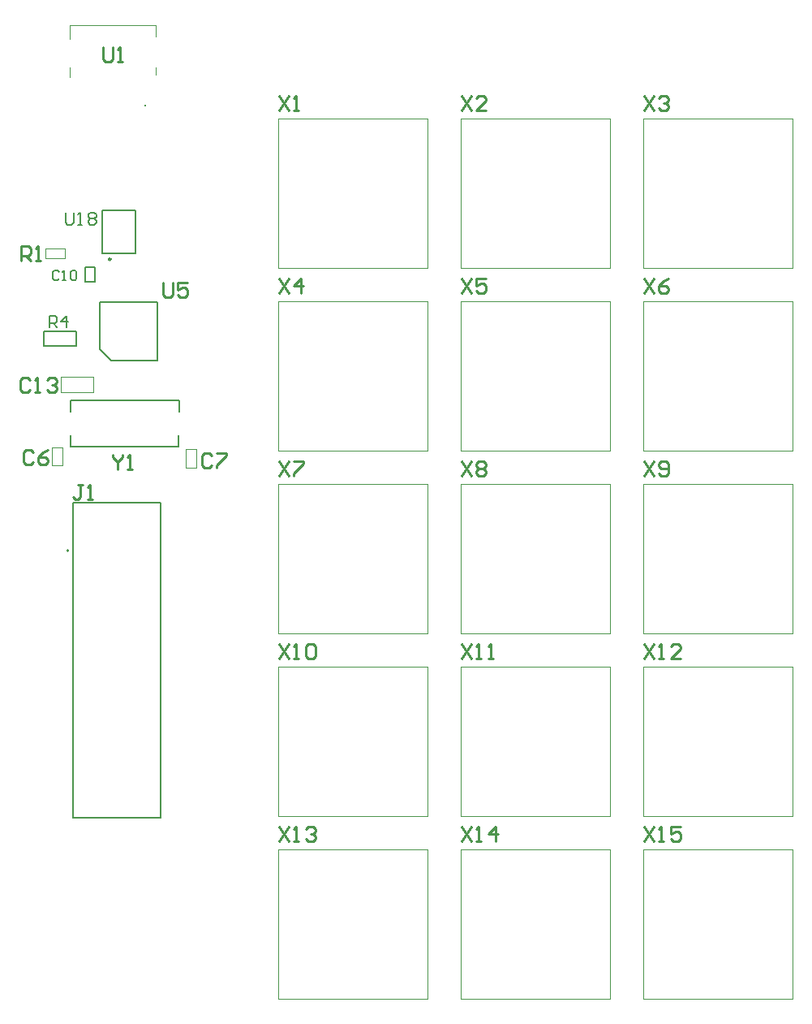
<source format=gto>
G04*
G04 #@! TF.GenerationSoftware,Altium Limited,Altium Designer,25.8.1 (18)*
G04*
G04 Layer_Color=65535*
%FSLAX25Y25*%
%MOIN*%
G70*
G04*
G04 #@! TF.SameCoordinates,A891C36D-B1B9-43EF-9B69-936A0A02D3E0*
G04*
G04*
G04 #@! TF.FilePolarity,Positive*
G04*
G01*
G75*
%ADD10C,0.00787*%
%ADD11C,0.01000*%
%ADD12C,0.00197*%
%ADD13C,0.00394*%
%ADD14C,0.00200*%
%ADD15C,0.00500*%
D10*
X188716Y374828D02*
G03*
X188323Y374828I-197J0D01*
G01*
D02*
G03*
X188716Y374828I197J0D01*
G01*
D02*
G03*
X188323Y374828I-197J0D01*
G01*
X157075Y192126D02*
G03*
X157075Y192126I-394J0D01*
G01*
X167946Y302314D02*
Y308515D01*
X164009D02*
X167946D01*
X164009Y302314D02*
Y308515D01*
Y302314D02*
X167946D01*
X157811Y234769D02*
X202397D01*
X157811Y253765D02*
X202496D01*
X157811Y234769D02*
Y239494D01*
X202496Y249041D02*
Y253765D01*
X202397Y234769D02*
Y239494D01*
X157811Y249041D02*
Y253765D01*
X170870Y331816D02*
X184649D01*
Y314100D02*
Y331816D01*
X170870Y314100D02*
X184649D01*
X170870D02*
Y331816D01*
X174488Y270217D02*
X193760D01*
Y293957D01*
X170020D02*
X193760D01*
X170020Y274685D02*
Y293957D01*
Y274685D02*
X174488Y270217D01*
X147047Y282087D02*
X160138D01*
X147047Y276181D02*
Y282087D01*
Y276181D02*
X160138D01*
Y282087D01*
X155809Y330905D02*
Y326641D01*
X156662Y325788D01*
X158367D01*
X159220Y326641D01*
Y330905D01*
X160926Y325788D02*
X162631D01*
X161778D01*
Y330905D01*
X160926Y330052D01*
X165189D02*
X166042Y330905D01*
X167748D01*
X168600Y330052D01*
Y329199D01*
X167748Y328346D01*
X168600Y327494D01*
Y326641D01*
X167748Y325788D01*
X166042D01*
X165189Y326641D01*
Y327494D01*
X166042Y328346D01*
X165189Y329199D01*
Y330052D01*
X166042Y328346D02*
X167748D01*
X149214Y283859D02*
Y288582D01*
X151575D01*
X152363Y287795D01*
Y286221D01*
X151575Y285433D01*
X149214D01*
X150788D02*
X152363Y283859D01*
X156298D02*
Y288582D01*
X153937Y286221D01*
X157085D01*
X153216Y306430D02*
X152560Y307086D01*
X151248D01*
X150592Y306430D01*
Y303806D01*
X151248Y303150D01*
X152560D01*
X153216Y303806D01*
X154528Y303150D02*
X155840D01*
X155184D01*
Y307086D01*
X154528Y306430D01*
X157808D02*
X158464Y307086D01*
X159775D01*
X160432Y306430D01*
Y303806D01*
X159775Y303150D01*
X158464D01*
X157808Y303806D01*
Y306430D01*
D11*
X174413Y311738D02*
G03*
X174413Y311738I-394J0D01*
G01*
X137734Y311174D02*
Y317172D01*
X140733D01*
X141732Y316173D01*
Y314173D01*
X140733Y313174D01*
X137734D01*
X139733D02*
X141732Y311174D01*
X143732D02*
X145731D01*
X144731D01*
Y317172D01*
X143732Y316173D01*
X162992Y219141D02*
X160993D01*
X161993D01*
Y214142D01*
X160993Y213143D01*
X159993D01*
X158993Y214142D01*
X164991Y213143D02*
X166991D01*
X165991D01*
Y219141D01*
X164991Y218141D01*
X141383Y262236D02*
X140383Y263235D01*
X138384D01*
X137384Y262236D01*
Y258237D01*
X138384Y257237D01*
X140383D01*
X141383Y258237D01*
X143382Y257237D02*
X145382D01*
X144382D01*
Y263235D01*
X143382Y262236D01*
X148381D02*
X149380Y263235D01*
X151380D01*
X152380Y262236D01*
Y261236D01*
X151380Y260236D01*
X150380D01*
X151380D01*
X152380Y259237D01*
Y258237D01*
X151380Y257237D01*
X149380D01*
X148381Y258237D01*
X215930Y231133D02*
X214930Y232133D01*
X212930D01*
X211931Y231133D01*
Y227134D01*
X212930Y226135D01*
X214930D01*
X215930Y227134D01*
X217929Y232133D02*
X221927D01*
Y231133D01*
X217929Y227134D01*
Y226135D01*
X142701Y232314D02*
X141701Y233314D01*
X139702D01*
X138702Y232314D01*
Y228316D01*
X139702Y227316D01*
X141701D01*
X142701Y228316D01*
X148699Y233314D02*
X146700Y232314D01*
X144701Y230315D01*
Y228316D01*
X145700Y227316D01*
X147699D01*
X148699Y228316D01*
Y229315D01*
X147699Y230315D01*
X144701D01*
X175135Y231346D02*
Y230346D01*
X177135Y228346D01*
X179134Y230346D01*
Y231346D01*
X177135Y228346D02*
Y225347D01*
X181133D02*
X183133D01*
X182133D01*
Y231346D01*
X181133Y230346D01*
X393675Y78637D02*
X397674Y72639D01*
Y78637D02*
X393675Y72639D01*
X399673D02*
X401673D01*
X400673D01*
Y78637D01*
X399673Y77637D01*
X408670Y78637D02*
X404672D01*
Y75638D01*
X406671Y76638D01*
X407671D01*
X408670Y75638D01*
Y73639D01*
X407671Y72639D01*
X405671D01*
X404672Y73639D01*
X318675Y78637D02*
X322674Y72639D01*
Y78637D02*
X318675Y72639D01*
X324673D02*
X326673D01*
X325673D01*
Y78637D01*
X324673Y77637D01*
X332671Y72639D02*
Y78637D01*
X329672Y75638D01*
X333670D01*
X243675Y78637D02*
X247674Y72639D01*
Y78637D02*
X243675Y72639D01*
X249673D02*
X251673D01*
X250673D01*
Y78637D01*
X249673Y77637D01*
X254672D02*
X255671Y78637D01*
X257671D01*
X258670Y77637D01*
Y76638D01*
X257671Y75638D01*
X256671D01*
X257671D01*
X258670Y74638D01*
Y73639D01*
X257671Y72639D01*
X255671D01*
X254672Y73639D01*
X393675Y153637D02*
X397674Y147639D01*
Y153637D02*
X393675Y147639D01*
X399673D02*
X401673D01*
X400673D01*
Y153637D01*
X399673Y152637D01*
X408670Y147639D02*
X404672D01*
X408670Y151638D01*
Y152637D01*
X407671Y153637D01*
X405671D01*
X404672Y152637D01*
X318675Y153637D02*
X322674Y147639D01*
Y153637D02*
X318675Y147639D01*
X324673D02*
X326673D01*
X325673D01*
Y153637D01*
X324673Y152637D01*
X329672Y147639D02*
X331671D01*
X330671D01*
Y153637D01*
X329672Y152637D01*
X243675Y153637D02*
X247674Y147639D01*
Y153637D02*
X243675Y147639D01*
X249673D02*
X251673D01*
X250673D01*
Y153637D01*
X249673Y152637D01*
X254672D02*
X255671Y153637D01*
X257671D01*
X258670Y152637D01*
Y148639D01*
X257671Y147639D01*
X255671D01*
X254672Y148639D01*
Y152637D01*
X393675Y228637D02*
X397674Y222639D01*
Y228637D02*
X393675Y222639D01*
X399673Y223639D02*
X400673Y222639D01*
X402672D01*
X403672Y223639D01*
Y227637D01*
X402672Y228637D01*
X400673D01*
X399673Y227637D01*
Y226638D01*
X400673Y225638D01*
X403672D01*
X318675Y228637D02*
X322674Y222639D01*
Y228637D02*
X318675Y222639D01*
X324673Y227637D02*
X325673Y228637D01*
X327672D01*
X328672Y227637D01*
Y226638D01*
X327672Y225638D01*
X328672Y224638D01*
Y223639D01*
X327672Y222639D01*
X325673D01*
X324673Y223639D01*
Y224638D01*
X325673Y225638D01*
X324673Y226638D01*
Y227637D01*
X325673Y225638D02*
X327672D01*
X243675Y228637D02*
X247674Y222639D01*
Y228637D02*
X243675Y222639D01*
X249673Y228637D02*
X253672D01*
Y227637D01*
X249673Y223639D01*
Y222639D01*
X393675Y303637D02*
X397674Y297639D01*
Y303637D02*
X393675Y297639D01*
X403672Y303637D02*
X401673Y302637D01*
X399673Y300638D01*
Y298639D01*
X400673Y297639D01*
X402672D01*
X403672Y298639D01*
Y299638D01*
X402672Y300638D01*
X399673D01*
X318675Y303637D02*
X322674Y297639D01*
Y303637D02*
X318675Y297639D01*
X328672Y303637D02*
X324673D01*
Y300638D01*
X326673Y301638D01*
X327672D01*
X328672Y300638D01*
Y298639D01*
X327672Y297639D01*
X325673D01*
X324673Y298639D01*
X243675Y303637D02*
X247674Y297639D01*
Y303637D02*
X243675Y297639D01*
X252672D02*
Y303637D01*
X249673Y300638D01*
X253672D01*
X393675Y378637D02*
X397674Y372639D01*
Y378637D02*
X393675Y372639D01*
X399673Y377637D02*
X400673Y378637D01*
X402672D01*
X403672Y377637D01*
Y376638D01*
X402672Y375638D01*
X401673D01*
X402672D01*
X403672Y374638D01*
Y373639D01*
X402672Y372639D01*
X400673D01*
X399673Y373639D01*
X318675Y378637D02*
X322674Y372639D01*
Y378637D02*
X318675Y372639D01*
X328672D02*
X324673D01*
X328672Y376638D01*
Y377637D01*
X327672Y378637D01*
X325673D01*
X324673Y377637D01*
X243675Y378637D02*
X247674Y372639D01*
Y378637D02*
X243675Y372639D01*
X249673D02*
X251673D01*
X250673D01*
Y378637D01*
X249673Y377637D01*
X195789Y302212D02*
Y297213D01*
X196789Y296214D01*
X198788D01*
X199788Y297213D01*
Y302212D01*
X205786D02*
X201787D01*
Y299213D01*
X203786Y300212D01*
X204786D01*
X205786Y299213D01*
Y297213D01*
X204786Y296214D01*
X202787D01*
X201787Y297213D01*
X171198Y398668D02*
Y393670D01*
X172198Y392670D01*
X174197D01*
X175197Y393670D01*
Y398668D01*
X177196Y392670D02*
X179196D01*
X178196D01*
Y398668D01*
X177196Y397669D01*
D12*
X155512Y312205D02*
Y316142D01*
X147638D02*
X155512D01*
X147638Y312205D02*
Y316142D01*
Y312205D02*
X155512D01*
X150197Y234457D02*
X154527D01*
X150197Y226961D02*
X154527D01*
X150197D02*
Y234457D01*
X154527Y226961D02*
Y234457D01*
X205315Y233669D02*
X209646D01*
X205315Y226173D02*
X209646D01*
X205315D02*
Y233669D01*
X209646Y226173D02*
Y233669D01*
D13*
X192929Y387427D02*
X193047D01*
Y390380D01*
X192929D02*
X193047D01*
X192929Y387427D02*
Y390380D01*
Y403175D02*
Y407809D01*
Y403175D02*
Y407809D01*
X157732D02*
X192929D01*
X157732D02*
X192929D01*
X157732Y402190D02*
Y407809D01*
Y402190D02*
Y407809D01*
Y386442D02*
Y390380D01*
Y386442D02*
Y390380D01*
X243216Y307980D02*
Y369398D01*
Y307980D02*
X304634D01*
Y369398D01*
X243216D02*
X304634D01*
X318216D02*
X379634D01*
Y307980D02*
Y369398D01*
X318216Y307980D02*
X379634D01*
X318216D02*
Y369398D01*
X393216Y307980D02*
Y369398D01*
Y307980D02*
X454634D01*
Y369398D01*
X393216D02*
X454634D01*
X243216Y294398D02*
X304634D01*
Y232980D02*
Y294398D01*
X243216Y232980D02*
X304634D01*
X243216D02*
Y294398D01*
X318216Y232980D02*
Y294398D01*
Y232980D02*
X379634D01*
Y294398D01*
X318216D02*
X379634D01*
X393216D02*
X454634D01*
Y232980D02*
Y294398D01*
X393216Y232980D02*
X454634D01*
X393216D02*
Y294398D01*
X243216Y157980D02*
Y219398D01*
Y157980D02*
X304634D01*
Y219398D01*
X243216D02*
X304634D01*
X318216D02*
X379634D01*
Y157980D02*
Y219398D01*
X318216Y157980D02*
X379634D01*
X318216D02*
Y219398D01*
X393216Y157980D02*
Y219398D01*
Y157980D02*
X454634D01*
Y219398D01*
X393216D02*
X454634D01*
X243216Y144398D02*
X304634D01*
Y82980D02*
Y144398D01*
X243216Y82980D02*
X304634D01*
X243216D02*
Y144398D01*
X318216Y82980D02*
Y144398D01*
Y82980D02*
X379634D01*
Y144398D01*
X318216D02*
X379634D01*
X393216D02*
X454634D01*
Y82980D02*
Y144398D01*
X393216Y82980D02*
X454634D01*
X393216D02*
Y144398D01*
X243216Y7980D02*
Y69398D01*
Y7980D02*
X304634D01*
Y69398D01*
X243216D02*
X304634D01*
X318216D02*
X379634D01*
Y7980D02*
Y69398D01*
X318216Y7980D02*
X379634D01*
X318216D02*
Y69398D01*
X393216Y7980D02*
Y69398D01*
Y7980D02*
X454634D01*
Y69398D01*
X393216D02*
X454634D01*
D14*
X154043Y263319D02*
X167217D01*
Y257154D02*
Y263319D01*
X154043Y257154D02*
X167217D01*
X154043D02*
Y263319D01*
D15*
X159043Y82362D02*
X194870D01*
X159043D02*
Y211890D01*
X194870D01*
Y82362D02*
Y211890D01*
M02*

</source>
